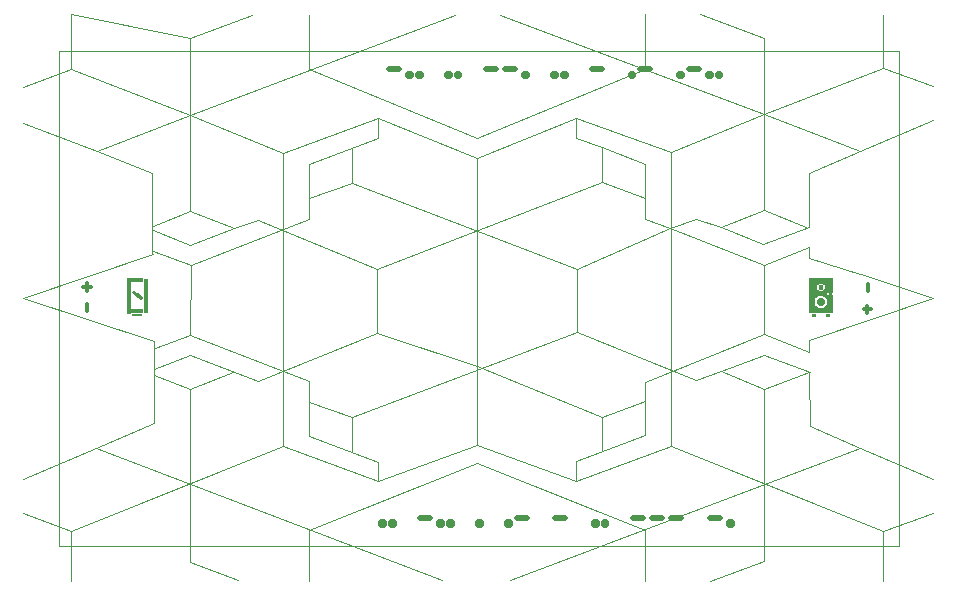
<source format=gbo>
G75*
%MOIN*%
%OFA0B0*%
%FSLAX25Y25*%
%IPPOS*%
%LPD*%
%AMOC8*
5,1,8,0,0,1.08239X$1,22.5*
%
%ADD10C,0.00394*%
%ADD11C,0.02100*%
%ADD12R,0.01250X0.11750*%
%ADD13R,0.05500X0.01250*%
%ADD14R,0.01250X0.10500*%
%ADD15R,0.04250X0.01250*%
%ADD16R,0.03250X0.01000*%
%ADD17C,0.00100*%
%ADD18C,0.01300*%
%ADD19R,0.01550X0.00050*%
%ADD20R,0.07800X0.00050*%
%ADD21R,0.03400X0.00050*%
%ADD22R,0.03300X0.00050*%
%ADD23R,0.03100X0.00050*%
%ADD24R,0.03000X0.00050*%
%ADD25R,0.02900X0.00050*%
%ADD26R,0.02850X0.00050*%
%ADD27R,0.02800X0.00050*%
%ADD28R,0.02700X0.00050*%
%ADD29R,0.02650X0.00050*%
%ADD30R,0.02600X0.00050*%
%ADD31R,0.02500X0.00050*%
%ADD32R,0.02450X0.00050*%
%ADD33R,0.02350X0.00050*%
%ADD34R,0.02300X0.00050*%
%ADD35R,0.02200X0.00050*%
%ADD36R,0.02150X0.00050*%
%ADD37R,0.02100X0.00050*%
%ADD38R,0.00700X0.00050*%
%ADD39R,0.00900X0.00050*%
%ADD40R,0.02000X0.00050*%
%ADD41R,0.01100X0.00050*%
%ADD42R,0.01300X0.00050*%
%ADD43R,0.01500X0.00050*%
%ADD44R,0.01950X0.00050*%
%ADD45R,0.01600X0.00050*%
%ADD46R,0.01900X0.00050*%
%ADD47R,0.01800X0.00050*%
%ADD48R,0.01850X0.00050*%
%ADD49R,0.01750X0.00050*%
%ADD50R,0.02400X0.00050*%
%ADD51R,0.01700X0.00050*%
%ADD52R,0.00800X0.00050*%
%ADD53R,0.00600X0.00050*%
%ADD54R,0.02750X0.00050*%
%ADD55R,0.03350X0.00050*%
%ADD56R,0.03450X0.00050*%
%ADD57R,0.06300X0.00050*%
%ADD58R,0.06250X0.00050*%
%ADD59R,0.01200X0.00050*%
%ADD60R,0.06100X0.00050*%
%ADD61R,0.06050X0.00050*%
%ADD62R,0.01000X0.00050*%
%ADD63R,0.05950X0.00050*%
%ADD64R,0.00950X0.00050*%
%ADD65R,0.05900X0.00050*%
%ADD66R,0.01050X0.00050*%
%ADD67R,0.06150X0.00050*%
%ADD68R,0.06200X0.00050*%
%ADD69R,0.03650X0.00050*%
%ADD70R,0.03200X0.00050*%
%ADD71R,0.02950X0.00050*%
%ADD72R,0.02550X0.00050*%
%ADD73R,0.01400X0.00050*%
%ADD74R,0.00500X0.00050*%
%ADD75R,0.00400X0.00050*%
%ADD76R,0.03250X0.00050*%
%ADD77R,0.03550X0.00050*%
D10*
X0016936Y0001197D02*
X0016936Y0017868D01*
X0087765Y0046205D01*
X0119344Y0034560D01*
X0119344Y0040977D01*
X0096351Y0049614D01*
X0096351Y0061056D01*
X0110759Y0055863D01*
X0185613Y0084267D01*
X0185613Y0105415D01*
X0110759Y0133941D01*
X0096380Y0128852D01*
X0096351Y0121837D02*
X0096351Y0140190D01*
X0119344Y0148828D01*
X0119344Y0155451D01*
X0152401Y0142128D01*
X0185433Y0155634D01*
X0185433Y0149011D01*
X0193955Y0145809D01*
X0194018Y0134124D01*
X0119163Y0105297D01*
X0079474Y0121711D01*
X0071409Y0118895D01*
X0056643Y0124704D01*
X0056643Y0156740D01*
X0145241Y0189830D01*
X0160027Y0189830D02*
X0248134Y0156923D01*
X0287841Y0172119D01*
X0304346Y0166132D01*
X0287841Y0172119D02*
X0287841Y0189830D01*
X0293034Y0177996D02*
X0293034Y0012996D01*
X0013034Y0012996D01*
X0013034Y0177996D01*
X0293034Y0177996D01*
X0304346Y0154981D02*
X0280143Y0144513D01*
X0248134Y0156923D01*
X0248134Y0182372D01*
X0226792Y0190173D01*
X0208397Y0190173D02*
X0208397Y0171764D01*
X0152401Y0149011D01*
X0096365Y0171776D01*
X0096365Y0189830D01*
X0077547Y0189830D02*
X0056643Y0182188D01*
X0016936Y0190173D01*
X0016936Y0172081D01*
X0056643Y0156740D01*
X0025746Y0144530D01*
X0001197Y0154045D01*
X0001197Y0165950D02*
X0016936Y0172081D01*
X0056643Y0182188D02*
X0056643Y0156740D01*
X0087765Y0143991D01*
X0087765Y0046205D01*
X0096351Y0061056D02*
X0096351Y0067968D01*
X0056580Y0083293D01*
X0044918Y0078919D01*
X0044784Y0081246D02*
X0044734Y0053846D01*
X0044784Y0053846D02*
X0025384Y0045446D01*
X0025396Y0045449D02*
X0140864Y0001570D01*
X0163318Y0001570D02*
X0279972Y0045704D01*
X0304346Y0035393D01*
X0304346Y0024039D02*
X0287841Y0018051D01*
X0287841Y0001197D01*
X0287841Y0018051D02*
X0217012Y0046389D01*
X0185433Y0034744D01*
X0185433Y0041160D01*
X0208318Y0049798D01*
X0208318Y0061340D01*
X0208318Y0067530D01*
X0248134Y0083477D01*
X0248134Y0106694D01*
X0216893Y0119078D01*
X0185613Y0105415D01*
X0208426Y0122020D02*
X0216893Y0119078D01*
X0225302Y0121894D01*
X0233579Y0119161D01*
X0248134Y0124887D01*
X0262076Y0119161D01*
X0262987Y0119357D02*
X0247855Y0113604D01*
X0233579Y0119161D01*
X0248134Y0124887D02*
X0248134Y0156923D01*
X0217012Y0144194D01*
X0217012Y0046389D01*
X0208318Y0061340D02*
X0193955Y0056071D01*
X0193955Y0044704D01*
X0185433Y0034744D02*
X0152401Y0046687D01*
X0119344Y0034560D01*
X0110759Y0044178D02*
X0110759Y0055863D01*
X0119163Y0084084D02*
X0079474Y0068094D01*
X0056580Y0076509D01*
X0044740Y0072080D01*
X0044836Y0069776D02*
X0056643Y0065100D01*
X0071024Y0071087D01*
X0056643Y0065100D02*
X0056643Y0007616D01*
X0072907Y0001655D01*
X0096277Y0001197D02*
X0096277Y0018195D01*
X0152401Y0040703D01*
X0208318Y0018216D01*
X0208318Y0001197D01*
X0230072Y0001197D02*
X0248134Y0007799D01*
X0248134Y0065283D01*
X0263225Y0070926D01*
X0263184Y0070796D02*
X0263284Y0053046D01*
X0279984Y0045646D01*
X0248134Y0065283D02*
X0233754Y0071270D01*
X0248197Y0076692D01*
X0263337Y0071063D01*
X0263163Y0077570D02*
X0248134Y0083477D01*
X0263234Y0081596D02*
X0263184Y0077796D01*
X0263234Y0081596D02*
X0304284Y0095746D01*
X0304346Y0095685D02*
X0280293Y0103587D01*
X0280184Y0103596D02*
X0263234Y0109046D01*
X0263234Y0112496D01*
X0263213Y0112528D02*
X0248134Y0106694D01*
X0263084Y0119496D02*
X0263134Y0137396D01*
X0280184Y0144596D01*
X0217012Y0144194D02*
X0185433Y0155634D01*
X0193955Y0145809D02*
X0208426Y0140373D01*
X0208426Y0122020D01*
X0208262Y0128852D02*
X0194018Y0134124D01*
X0152401Y0142128D02*
X0152401Y0046687D01*
X0152376Y0072776D02*
X0193955Y0056071D01*
X0185613Y0084267D02*
X0225302Y0068277D01*
X0233754Y0071270D01*
X0152376Y0072776D02*
X0119163Y0084084D01*
X0119163Y0105297D01*
X0096351Y0121837D02*
X0056922Y0106511D01*
X0056580Y0083293D01*
X0044696Y0081364D02*
X0001197Y0095685D01*
X0044246Y0110238D01*
X0044234Y0110196D02*
X0044234Y0137346D01*
X0025834Y0144546D01*
X0044284Y0119646D02*
X0056734Y0124696D01*
X0056580Y0113295D02*
X0044331Y0118183D01*
X0044246Y0111275D02*
X0056922Y0106511D01*
X0056580Y0113295D02*
X0071409Y0118895D01*
X0087765Y0143991D02*
X0119344Y0155451D01*
X0110821Y0145467D02*
X0110759Y0133941D01*
X0025396Y0045449D02*
X0001197Y0035212D01*
X0001197Y0023854D02*
X0016936Y0017868D01*
D11*
X0120540Y0019956D02*
X0121357Y0019956D01*
X0121357Y0020773D01*
X0120540Y0020773D01*
X0120540Y0019956D01*
X0123763Y0019956D02*
X0124580Y0019956D01*
X0124580Y0020773D01*
X0123763Y0020773D01*
X0123763Y0019956D01*
X0133431Y0022408D02*
X0136700Y0022408D01*
X0139876Y0020773D02*
X0140694Y0020773D01*
X0140694Y0019956D01*
X0139876Y0019956D01*
X0139876Y0020773D01*
X0143099Y0020773D02*
X0143916Y0020773D01*
X0143916Y0019956D01*
X0143099Y0019956D01*
X0143099Y0020773D01*
X0152767Y0020773D02*
X0153585Y0020773D01*
X0153585Y0019956D01*
X0152767Y0019956D01*
X0152767Y0020773D01*
X0162436Y0020773D02*
X0163253Y0020773D01*
X0163253Y0019956D01*
X0162436Y0019956D01*
X0162436Y0020773D01*
X0165658Y0022408D02*
X0168928Y0022408D01*
X0178549Y0022408D02*
X0181819Y0022408D01*
X0191440Y0020773D02*
X0192258Y0020773D01*
X0192258Y0019956D01*
X0191440Y0019956D01*
X0191440Y0020773D01*
X0194663Y0020773D02*
X0195480Y0020773D01*
X0195480Y0019956D01*
X0194663Y0019956D01*
X0194663Y0020773D01*
X0204331Y0022408D02*
X0207601Y0022408D01*
X0210777Y0022408D02*
X0214046Y0022408D01*
X0217222Y0022408D02*
X0220492Y0022408D01*
X0230113Y0022408D02*
X0233383Y0022408D01*
X0236559Y0020773D02*
X0237376Y0020773D01*
X0237376Y0019956D01*
X0236559Y0019956D01*
X0236559Y0020773D01*
X0233484Y0169461D02*
X0232667Y0169461D01*
X0232667Y0170279D01*
X0233484Y0170279D01*
X0233484Y0169461D01*
X0230262Y0169461D02*
X0229444Y0169461D01*
X0229444Y0170279D01*
X0230262Y0170279D01*
X0230262Y0169461D01*
X0226268Y0171913D02*
X0222999Y0171913D01*
X0220593Y0170279D02*
X0219776Y0170279D01*
X0219776Y0169461D01*
X0220593Y0169461D01*
X0220593Y0170279D01*
X0210154Y0171913D02*
X0206885Y0171913D01*
X0204480Y0170279D02*
X0204480Y0169461D01*
X0203662Y0169461D01*
X0203662Y0170279D01*
X0204480Y0170279D01*
X0194041Y0171913D02*
X0190771Y0171913D01*
X0181920Y0170279D02*
X0181920Y0169461D01*
X0181103Y0169461D01*
X0181103Y0170279D01*
X0181920Y0170279D01*
X0178698Y0170279D02*
X0178698Y0169461D01*
X0177880Y0169461D01*
X0177880Y0170279D01*
X0178698Y0170279D01*
X0169029Y0170279D02*
X0169029Y0169461D01*
X0168212Y0169461D01*
X0168212Y0170279D01*
X0169029Y0170279D01*
X0165036Y0171913D02*
X0161767Y0171913D01*
X0158591Y0171913D02*
X0155321Y0171913D01*
X0146470Y0170279D02*
X0146470Y0169461D01*
X0145653Y0169461D01*
X0145653Y0170279D01*
X0146470Y0170279D01*
X0143247Y0170279D02*
X0143247Y0169461D01*
X0142430Y0169461D01*
X0142430Y0170279D01*
X0143247Y0170279D01*
X0133579Y0170279D02*
X0133579Y0169461D01*
X0132762Y0169461D01*
X0132762Y0170279D01*
X0133579Y0170279D01*
X0130356Y0170279D02*
X0130356Y0169461D01*
X0129539Y0169461D01*
X0129539Y0170279D01*
X0130356Y0170279D01*
X0126363Y0171913D02*
X0123094Y0171913D01*
D12*
X0041909Y0096371D03*
D13*
X0038534Y0101621D03*
D14*
X0036409Y0095746D03*
D15*
X0039159Y0091121D03*
D16*
X0039159Y0089996D03*
D17*
X0040284Y0095246D02*
X0040784Y0095746D01*
X0039284Y0097246D01*
X0039034Y0096996D01*
X0038034Y0097996D01*
X0037534Y0097496D01*
X0039034Y0095996D01*
X0039284Y0096246D01*
X0040284Y0095246D01*
X0040277Y0095253D02*
X0040291Y0095253D01*
X0040390Y0095351D02*
X0040179Y0095351D01*
X0040080Y0095450D02*
X0040488Y0095450D01*
X0040587Y0095548D02*
X0039982Y0095548D01*
X0039883Y0095647D02*
X0040685Y0095647D01*
X0040784Y0095745D02*
X0039785Y0095745D01*
X0039686Y0095844D02*
X0040686Y0095844D01*
X0040588Y0095942D02*
X0039588Y0095942D01*
X0039489Y0096041D02*
X0040489Y0096041D01*
X0040391Y0096139D02*
X0039391Y0096139D01*
X0039292Y0096238D02*
X0040292Y0096238D01*
X0040194Y0096336D02*
X0038694Y0096336D01*
X0038792Y0096238D02*
X0039276Y0096238D01*
X0039178Y0096139D02*
X0038891Y0096139D01*
X0038989Y0096041D02*
X0039079Y0096041D01*
X0038595Y0096435D02*
X0040095Y0096435D01*
X0039997Y0096533D02*
X0038497Y0096533D01*
X0038398Y0096632D02*
X0039898Y0096632D01*
X0039800Y0096730D02*
X0038300Y0096730D01*
X0038201Y0096829D02*
X0039701Y0096829D01*
X0039603Y0096927D02*
X0038103Y0096927D01*
X0038004Y0097026D02*
X0039004Y0097026D01*
X0039064Y0097026D02*
X0039504Y0097026D01*
X0039406Y0097124D02*
X0039163Y0097124D01*
X0039262Y0097223D02*
X0039307Y0097223D01*
X0038906Y0097124D02*
X0037906Y0097124D01*
X0037807Y0097223D02*
X0038807Y0097223D01*
X0038709Y0097321D02*
X0037709Y0097321D01*
X0037610Y0097420D02*
X0038610Y0097420D01*
X0038512Y0097518D02*
X0037557Y0097518D01*
X0037656Y0097617D02*
X0038413Y0097617D01*
X0038315Y0097715D02*
X0037754Y0097715D01*
X0037853Y0097814D02*
X0038216Y0097814D01*
X0038118Y0097912D02*
X0037951Y0097912D01*
D18*
X0023653Y0099247D02*
X0021184Y0099247D01*
X0022419Y0098013D02*
X0022419Y0100482D01*
X0022483Y0093611D02*
X0022483Y0091142D01*
X0281330Y0091847D02*
X0283799Y0091847D01*
X0282565Y0093082D02*
X0282565Y0090613D01*
X0282583Y0097796D02*
X0282583Y0100265D01*
D19*
X0269434Y0090096D03*
X0269434Y0090046D03*
X0269434Y0089996D03*
X0269434Y0089946D03*
X0269434Y0089896D03*
X0269434Y0089846D03*
X0269434Y0089796D03*
X0269434Y0089746D03*
X0269434Y0089696D03*
X0269434Y0089646D03*
X0269434Y0089596D03*
X0269434Y0089546D03*
X0269434Y0089496D03*
X0269434Y0089446D03*
X0269434Y0089396D03*
X0269434Y0089346D03*
X0264684Y0089346D03*
X0264684Y0089396D03*
X0264684Y0089446D03*
X0264684Y0089496D03*
X0264684Y0089546D03*
X0264684Y0089596D03*
X0264684Y0089646D03*
X0264684Y0089696D03*
X0264684Y0089746D03*
X0264684Y0089796D03*
X0264684Y0089846D03*
X0264684Y0089896D03*
X0264684Y0089946D03*
X0264684Y0089996D03*
X0264684Y0090046D03*
X0264684Y0090096D03*
D20*
X0267059Y0090746D03*
X0267059Y0090796D03*
X0267059Y0090846D03*
X0267059Y0090896D03*
X0267059Y0090946D03*
X0267059Y0090996D03*
X0267059Y0091046D03*
X0267059Y0091096D03*
X0267059Y0091146D03*
X0267059Y0091196D03*
X0267059Y0091246D03*
X0267059Y0091296D03*
X0267059Y0091346D03*
X0267059Y0091396D03*
X0267059Y0091446D03*
X0267059Y0091496D03*
X0267059Y0091546D03*
X0267059Y0091596D03*
X0267059Y0091646D03*
X0267059Y0091696D03*
X0267059Y0091746D03*
X0267059Y0091796D03*
X0267059Y0091846D03*
X0267059Y0091896D03*
X0267059Y0097296D03*
X0267059Y0097346D03*
X0267059Y0097396D03*
X0267059Y0097446D03*
X0267059Y0097496D03*
X0267059Y0097546D03*
X0267059Y0100346D03*
X0267059Y0100396D03*
X0267059Y0100446D03*
X0267059Y0100496D03*
X0267059Y0100546D03*
X0267059Y0100596D03*
X0267059Y0100646D03*
X0267059Y0100696D03*
X0267059Y0100746D03*
X0267059Y0100796D03*
X0267059Y0100846D03*
X0267059Y0100896D03*
X0267059Y0100946D03*
X0267059Y0100996D03*
X0267059Y0101046D03*
X0267059Y0101096D03*
X0267059Y0101146D03*
X0267059Y0101196D03*
X0267059Y0101246D03*
X0267059Y0101296D03*
X0267059Y0101346D03*
X0267059Y0101396D03*
X0267059Y0101446D03*
X0267059Y0101496D03*
X0267059Y0101546D03*
X0267059Y0101596D03*
X0267059Y0101646D03*
X0267059Y0101696D03*
X0267059Y0101746D03*
X0267059Y0101796D03*
X0267059Y0101846D03*
X0267059Y0101896D03*
X0267059Y0101946D03*
X0267059Y0101996D03*
X0267059Y0102046D03*
X0267059Y0102096D03*
D21*
X0264859Y0091946D03*
X0269259Y0091946D03*
D22*
X0269309Y0091996D03*
X0264809Y0091996D03*
D23*
X0264709Y0092046D03*
X0264709Y0096146D03*
X0264709Y0097796D03*
X0264709Y0097846D03*
X0264709Y0100096D03*
X0269409Y0100096D03*
X0269409Y0097846D03*
X0269409Y0097796D03*
X0269409Y0096146D03*
X0269409Y0092046D03*
D24*
X0269459Y0092096D03*
X0269459Y0096096D03*
X0269459Y0097896D03*
X0269459Y0099996D03*
X0269459Y0100046D03*
X0264659Y0100046D03*
X0264659Y0099996D03*
X0264659Y0097896D03*
X0264659Y0096096D03*
X0264659Y0092096D03*
D25*
X0264609Y0092146D03*
X0264609Y0096046D03*
X0264609Y0097996D03*
X0264609Y0099896D03*
X0264609Y0099946D03*
X0269509Y0099946D03*
X0269509Y0099896D03*
X0269509Y0097996D03*
X0269509Y0096046D03*
D26*
X0269534Y0098046D03*
X0264584Y0098046D03*
X0269534Y0092146D03*
D27*
X0269559Y0092196D03*
X0269559Y0095996D03*
X0269559Y0098096D03*
X0269559Y0098146D03*
X0269559Y0099796D03*
X0269559Y0099846D03*
X0264559Y0099846D03*
X0264559Y0099796D03*
X0264559Y0098146D03*
X0264559Y0098096D03*
X0264559Y0095996D03*
X0264559Y0092196D03*
D28*
X0264509Y0092246D03*
X0269609Y0092246D03*
X0269609Y0098246D03*
X0269609Y0099646D03*
X0264509Y0099646D03*
X0264509Y0098246D03*
D29*
X0264484Y0098296D03*
X0264484Y0098346D03*
X0264484Y0098396D03*
X0264484Y0099496D03*
X0264484Y0099546D03*
X0264484Y0099596D03*
X0264484Y0095896D03*
X0264484Y0092296D03*
X0269634Y0092296D03*
X0269634Y0095896D03*
X0269634Y0098296D03*
X0269634Y0098346D03*
X0269634Y0098396D03*
X0269634Y0099496D03*
X0269634Y0099546D03*
X0269634Y0099596D03*
D30*
X0269659Y0099446D03*
X0269659Y0098496D03*
X0269659Y0098446D03*
X0269659Y0095846D03*
X0269659Y0092346D03*
X0264459Y0092346D03*
X0264459Y0095846D03*
X0264459Y0098446D03*
X0264459Y0098496D03*
X0264459Y0099446D03*
D31*
X0264409Y0098946D03*
X0264409Y0098896D03*
X0264409Y0095796D03*
X0267059Y0094446D03*
X0267059Y0094396D03*
X0267059Y0094346D03*
X0267059Y0094296D03*
X0267059Y0094246D03*
X0267059Y0094196D03*
X0267059Y0094146D03*
X0267059Y0094096D03*
X0267059Y0094046D03*
X0267059Y0093996D03*
X0267059Y0093946D03*
X0267059Y0093896D03*
X0267059Y0093846D03*
X0267059Y0093796D03*
X0267059Y0093746D03*
X0264409Y0092396D03*
X0269709Y0092396D03*
X0269709Y0095796D03*
X0269709Y0098896D03*
X0269709Y0098946D03*
D32*
X0269734Y0095746D03*
X0269734Y0092446D03*
X0264384Y0092446D03*
X0264384Y0095746D03*
D33*
X0264334Y0095646D03*
X0264334Y0092546D03*
X0264334Y0092496D03*
X0269784Y0092496D03*
X0269784Y0092546D03*
X0269784Y0095646D03*
D34*
X0269809Y0095596D03*
X0269809Y0095546D03*
X0267059Y0094646D03*
X0267059Y0094596D03*
X0267059Y0093596D03*
X0267059Y0093546D03*
X0264309Y0092646D03*
X0264309Y0092596D03*
X0264309Y0095546D03*
X0264309Y0095596D03*
X0269809Y0092646D03*
X0269809Y0092596D03*
D35*
X0269859Y0092696D03*
X0269859Y0092746D03*
X0269859Y0095446D03*
X0269859Y0095496D03*
X0267059Y0094796D03*
X0267059Y0094746D03*
X0267059Y0094696D03*
X0267059Y0093496D03*
X0267059Y0093446D03*
X0267059Y0093396D03*
X0264259Y0092746D03*
X0264259Y0092696D03*
X0264259Y0095446D03*
X0264259Y0095496D03*
D36*
X0264234Y0095396D03*
X0264234Y0092796D03*
X0269884Y0092796D03*
X0269884Y0095396D03*
D37*
X0269909Y0095346D03*
X0269909Y0095296D03*
X0269909Y0092896D03*
X0269909Y0092846D03*
X0264209Y0092846D03*
X0264209Y0092896D03*
X0264209Y0095296D03*
X0264209Y0095346D03*
D38*
X0267059Y0092846D03*
X0267059Y0098196D03*
D39*
X0267059Y0098246D03*
X0267059Y0098296D03*
X0267059Y0099646D03*
X0270509Y0096846D03*
X0270509Y0096796D03*
X0270509Y0096746D03*
X0267059Y0092896D03*
D40*
X0267059Y0093296D03*
X0267059Y0093346D03*
X0267059Y0094846D03*
X0267059Y0094896D03*
X0264159Y0095146D03*
X0264159Y0095196D03*
X0264159Y0095246D03*
X0264159Y0093046D03*
X0264159Y0092996D03*
X0264159Y0092946D03*
X0269959Y0092946D03*
X0269959Y0092996D03*
X0269959Y0093046D03*
X0269959Y0095146D03*
X0269959Y0095196D03*
X0269959Y0095246D03*
D41*
X0270409Y0096396D03*
X0270409Y0097196D03*
X0267059Y0098346D03*
X0267059Y0098396D03*
X0267059Y0099546D03*
X0267059Y0095246D03*
X0267059Y0092946D03*
D42*
X0267059Y0092996D03*
X0267059Y0095196D03*
X0270309Y0096296D03*
X0267059Y0098446D03*
X0267059Y0098496D03*
X0267059Y0099396D03*
X0267059Y0099446D03*
D43*
X0267059Y0099246D03*
X0267059Y0098646D03*
X0267059Y0095146D03*
X0267059Y0093046D03*
D44*
X0264134Y0093096D03*
X0264134Y0095096D03*
X0269984Y0095096D03*
X0269984Y0093096D03*
D45*
X0267059Y0093096D03*
X0267059Y0095096D03*
X0267059Y0098696D03*
X0267059Y0098746D03*
X0267059Y0098796D03*
X0267059Y0098846D03*
X0267059Y0098896D03*
X0267059Y0098946D03*
X0267059Y0098996D03*
X0267059Y0099046D03*
X0267059Y0099096D03*
X0267059Y0099146D03*
X0267059Y0099196D03*
D46*
X0267059Y0094946D03*
X0267059Y0093246D03*
X0264109Y0093246D03*
X0264109Y0093196D03*
X0264109Y0093146D03*
X0264109Y0094946D03*
X0264109Y0094996D03*
X0264109Y0095046D03*
X0270009Y0095046D03*
X0270009Y0094996D03*
X0270009Y0094946D03*
X0270009Y0093246D03*
X0270009Y0093196D03*
X0270009Y0093146D03*
D47*
X0270059Y0093446D03*
X0270059Y0094746D03*
X0267059Y0094996D03*
X0267059Y0093196D03*
X0267059Y0093146D03*
X0264059Y0093446D03*
X0264059Y0094746D03*
D48*
X0264084Y0094796D03*
X0264084Y0094846D03*
X0264084Y0094896D03*
X0264084Y0093396D03*
X0264084Y0093346D03*
X0264084Y0093296D03*
X0270034Y0093296D03*
X0270034Y0093346D03*
X0270034Y0093396D03*
X0270034Y0094796D03*
X0270034Y0094846D03*
X0270034Y0094896D03*
D49*
X0270084Y0094696D03*
X0270084Y0094646D03*
X0270084Y0094596D03*
X0270084Y0094546D03*
X0270084Y0094496D03*
X0270084Y0094446D03*
X0270084Y0094396D03*
X0270084Y0094346D03*
X0270084Y0094296D03*
X0270084Y0093896D03*
X0270084Y0093846D03*
X0270084Y0093796D03*
X0270084Y0093746D03*
X0270084Y0093696D03*
X0270084Y0093646D03*
X0270084Y0093596D03*
X0270084Y0093546D03*
X0270084Y0093496D03*
X0267034Y0095046D03*
X0264034Y0094696D03*
X0264034Y0094646D03*
X0264034Y0094596D03*
X0264034Y0094546D03*
X0264034Y0094496D03*
X0264034Y0094446D03*
X0264034Y0094396D03*
X0264034Y0094346D03*
X0264034Y0094296D03*
X0264034Y0093896D03*
X0264034Y0093846D03*
X0264034Y0093796D03*
X0264034Y0093746D03*
X0264034Y0093696D03*
X0264034Y0093646D03*
X0264034Y0093596D03*
X0264034Y0093546D03*
X0264034Y0093496D03*
D50*
X0267059Y0093646D03*
X0267059Y0093696D03*
X0267059Y0094496D03*
X0267059Y0094546D03*
X0264359Y0095696D03*
X0269759Y0095696D03*
D51*
X0270109Y0094246D03*
X0270109Y0094196D03*
X0270109Y0094146D03*
X0270109Y0094096D03*
X0270109Y0094046D03*
X0270109Y0093996D03*
X0270109Y0093946D03*
X0264009Y0093946D03*
X0264009Y0093996D03*
X0264009Y0094046D03*
X0264009Y0094096D03*
X0264009Y0094146D03*
X0264009Y0094196D03*
X0264009Y0094246D03*
D52*
X0267059Y0095296D03*
D53*
X0267059Y0095346D03*
D54*
X0264534Y0095946D03*
X0264534Y0098196D03*
X0264534Y0099696D03*
X0264534Y0099746D03*
X0269584Y0099746D03*
X0269584Y0099696D03*
X0269584Y0098196D03*
X0269584Y0095946D03*
D55*
X0269284Y0096196D03*
X0269284Y0097646D03*
X0269284Y0097696D03*
X0264834Y0097696D03*
X0264834Y0097646D03*
X0264834Y0096196D03*
D56*
X0264884Y0096246D03*
X0264884Y0100246D03*
X0269234Y0100246D03*
X0269234Y0096246D03*
D57*
X0266309Y0096296D03*
D58*
X0266284Y0096346D03*
D59*
X0267059Y0099496D03*
X0270359Y0097246D03*
X0270359Y0096346D03*
D60*
X0266209Y0096396D03*
D61*
X0266184Y0096446D03*
X0266184Y0096496D03*
X0266184Y0097096D03*
X0266184Y0097146D03*
D62*
X0270459Y0097096D03*
X0270459Y0097046D03*
X0270459Y0096496D03*
X0270459Y0096446D03*
X0267059Y0099596D03*
D63*
X0266134Y0097046D03*
X0266134Y0096996D03*
X0266134Y0096946D03*
X0266134Y0096596D03*
X0266134Y0096546D03*
D64*
X0270484Y0096546D03*
X0270484Y0096596D03*
X0270484Y0096646D03*
X0270484Y0096696D03*
X0270484Y0096896D03*
X0270484Y0096946D03*
X0270484Y0096996D03*
D65*
X0266109Y0096896D03*
X0266109Y0096846D03*
X0266109Y0096796D03*
X0266109Y0096746D03*
X0266109Y0096696D03*
X0266109Y0096646D03*
D66*
X0270434Y0097146D03*
D67*
X0266234Y0097196D03*
D68*
X0266259Y0097246D03*
D69*
X0264984Y0097596D03*
X0269134Y0097596D03*
D70*
X0269359Y0097746D03*
X0264759Y0097746D03*
D71*
X0264634Y0097946D03*
X0269484Y0097946D03*
D72*
X0269684Y0098546D03*
X0269684Y0098596D03*
X0269684Y0098646D03*
X0269684Y0098696D03*
X0269684Y0098746D03*
X0269684Y0098796D03*
X0269684Y0098846D03*
X0269684Y0098996D03*
X0269684Y0099046D03*
X0269684Y0099096D03*
X0269684Y0099146D03*
X0269684Y0099196D03*
X0269684Y0099246D03*
X0269684Y0099296D03*
X0269684Y0099346D03*
X0269684Y0099396D03*
X0264434Y0099396D03*
X0264434Y0099346D03*
X0264434Y0099296D03*
X0264434Y0099246D03*
X0264434Y0099196D03*
X0264434Y0099146D03*
X0264434Y0099096D03*
X0264434Y0099046D03*
X0264434Y0098996D03*
X0264434Y0098846D03*
X0264434Y0098796D03*
X0264434Y0098746D03*
X0264434Y0098696D03*
X0264434Y0098646D03*
X0264434Y0098596D03*
X0264434Y0098546D03*
D73*
X0267059Y0098546D03*
X0267059Y0098596D03*
X0267059Y0099296D03*
X0267059Y0099346D03*
D74*
X0267059Y0099696D03*
D75*
X0267059Y0099746D03*
D76*
X0264784Y0100146D03*
X0264784Y0100196D03*
X0269334Y0100196D03*
X0269334Y0100146D03*
D77*
X0269184Y0100296D03*
X0264934Y0100296D03*
M02*

</source>
